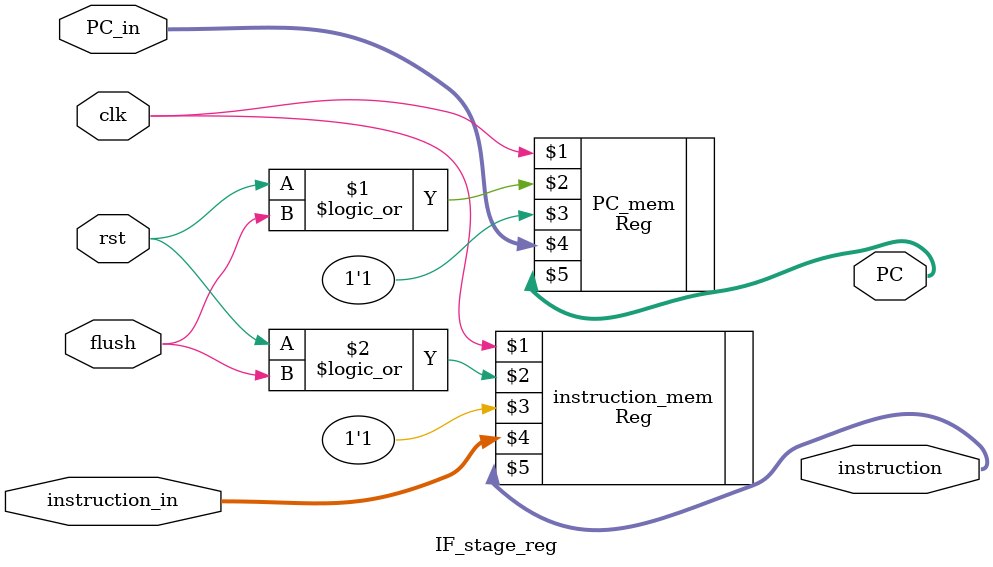
<source format=v>
module IF_stage_reg (
    input clk,    // Clock
    input rst,  // Asynchronous reset active high
    input flush,
    input [31:0] PC_in,
    input [31:0] instruction_in,
    output [31:0] PC,
    output [31:0] instruction
);
    Reg #(32) PC_mem(clk, rst || flush, 1'b1, PC_in, PC);
    Reg #(32) instruction_mem(clk, rst || flush, 1'b1, instruction_in, instruction);
endmodule
</source>
